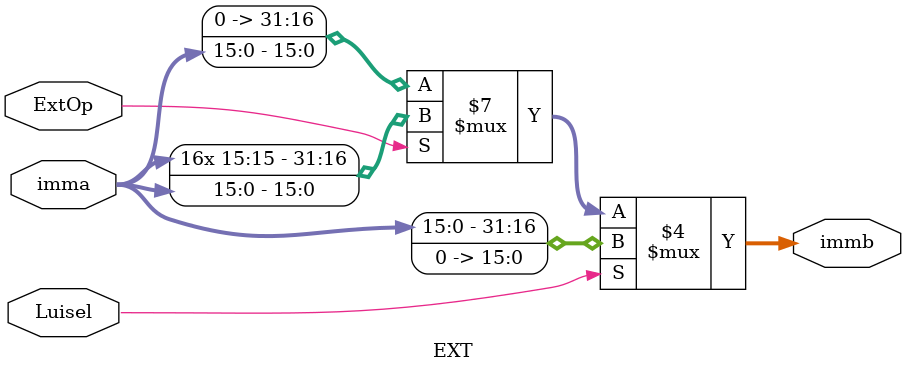
<source format=v>
module EXT(ExtOp, imma, immb, Luisel);
  input Luisel;				//控制信号，指令是否为lui
  input ExtOp;					//控制信号，0零扩展1符号扩展
  input [15:0]imma;			//32位mips指令
  output reg[31:0]immb;		//扩展后32位数据输出
  always@(Luisel or imma or ExtOp)
  begin
    if(~ExtOp)
      immb = {{16{1'b0}},imma};//零扩展
    else
      immb = {{16{imma[15]}},imma};//符号扩展
    if(Luisel)  //lui扩展
      immb = {imma,{16{1'b0}}};
  end
endmodule



</source>
